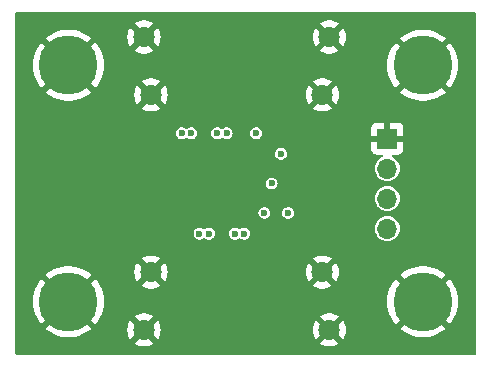
<source format=gbr>
%TF.GenerationSoftware,KiCad,Pcbnew,8.0.5*%
%TF.CreationDate,2024-10-07T21:11:13-07:00*%
%TF.ProjectId,hdmi,68646d69-2e6b-4696-9361-645f70636258,rev?*%
%TF.SameCoordinates,Original*%
%TF.FileFunction,Copper,L2,Inr*%
%TF.FilePolarity,Positive*%
%FSLAX46Y46*%
G04 Gerber Fmt 4.6, Leading zero omitted, Abs format (unit mm)*
G04 Created by KiCad (PCBNEW 8.0.5) date 2024-10-07 21:11:13*
%MOMM*%
%LPD*%
G01*
G04 APERTURE LIST*
%TA.AperFunction,ComponentPad*%
%ADD10C,5.000000*%
%TD*%
%TA.AperFunction,ComponentPad*%
%ADD11R,1.700000X1.700000*%
%TD*%
%TA.AperFunction,ComponentPad*%
%ADD12O,1.700000X1.700000*%
%TD*%
%TA.AperFunction,ComponentPad*%
%ADD13C,1.800000*%
%TD*%
%TA.AperFunction,ViaPad*%
%ADD14C,0.600000*%
%TD*%
G04 APERTURE END LIST*
D10*
%TO.N,GND*%
%TO.C,H2*%
X150000000Y-80000000D03*
%TD*%
D11*
%TO.N,GND*%
%TO.C,J3*%
X147000000Y-86200000D03*
D12*
%TO.N,Net-(D2-K)*%
X147000000Y-88740000D03*
%TO.N,Net-(D1-K)*%
X147000000Y-91280000D03*
%TO.N,VDD*%
X147000000Y-93820000D03*
%TD*%
D10*
%TO.N,GND*%
%TO.C,H4*%
X150000000Y-100000000D03*
%TD*%
%TO.N,GND*%
%TO.C,H1*%
X120000000Y-80000000D03*
%TD*%
D13*
%TO.N,GND*%
%TO.C,J1*%
X142100000Y-77600000D03*
X141500000Y-82500000D03*
X127000000Y-82500000D03*
X126400000Y-77600000D03*
%TD*%
D10*
%TO.N,GND*%
%TO.C,H3*%
X120000000Y-100000000D03*
%TD*%
D13*
%TO.N,GND*%
%TO.C,J2*%
X142100000Y-102400000D03*
X141500000Y-97500000D03*
X127000000Y-97500000D03*
X126400000Y-102400000D03*
%TD*%
D14*
%TO.N,Net-(J1-HPD)*%
X138600000Y-92500000D03*
%TO.N,Net-(J1-SDA)*%
X137200000Y-90000000D03*
%TO.N,Net-(J1-UTILITY)*%
X135900000Y-85750000D03*
%TO.N,Net-(J1-SCL)*%
X136600000Y-92500000D03*
%TO.N,/D0+*%
X132600000Y-85750000D03*
%TO.N,/D1+*%
X131100000Y-94250000D03*
%TO.N,/D2+*%
X129600000Y-85750000D03*
%TO.N,/D1-*%
X131900000Y-94250000D03*
%TO.N,/D0-*%
X133400000Y-85750000D03*
%TO.N,/D2-*%
X130400000Y-85750000D03*
%TO.N,/CK+*%
X134100000Y-94250000D03*
%TO.N,/CK-*%
X134900000Y-94250000D03*
%TO.N,GND*%
X125000000Y-90000000D03*
X132500000Y-100000000D03*
X129000000Y-89500000D03*
X150000000Y-92500000D03*
X130000000Y-80000000D03*
X130000000Y-82000000D03*
X129000000Y-92500000D03*
X150000000Y-95000000D03*
X129000000Y-90500000D03*
X130000000Y-98000000D03*
X125000000Y-87500000D03*
X125000000Y-92500000D03*
X120000000Y-87500000D03*
X133000000Y-98000000D03*
X139250000Y-89000000D03*
X129000000Y-91500000D03*
X129000000Y-88500000D03*
X137500000Y-82000000D03*
X120000000Y-92500000D03*
X134500000Y-98000000D03*
X120000000Y-95000000D03*
X132500000Y-80000000D03*
X150000000Y-85000000D03*
X150000000Y-87500000D03*
X120000000Y-85000000D03*
X139250000Y-88000000D03*
X130000000Y-100000000D03*
X139250000Y-90000000D03*
X139250000Y-86000000D03*
X131500000Y-82000000D03*
X139250000Y-87000000D03*
X134500000Y-82000000D03*
X139250000Y-91000000D03*
X129000000Y-86500000D03*
X150000000Y-90000000D03*
X135000000Y-80000000D03*
X129000000Y-87500000D03*
X129000000Y-94500000D03*
X137500000Y-98000000D03*
X133000000Y-82000000D03*
X129000000Y-93500000D03*
X135000000Y-100000000D03*
X120000000Y-90000000D03*
X131500000Y-98000000D03*
X139250000Y-94000000D03*
%TO.N,Net-(J1-+5V)*%
X138000000Y-87500000D03*
%TD*%
%TA.AperFunction,Conductor*%
%TO.N,GND*%
G36*
X154442539Y-75520185D02*
G01*
X154488294Y-75572989D01*
X154499500Y-75624500D01*
X154499500Y-104375500D01*
X154479815Y-104442539D01*
X154427011Y-104488294D01*
X154375500Y-104499500D01*
X115624500Y-104499500D01*
X115557461Y-104479815D01*
X115511706Y-104427011D01*
X115500500Y-104375500D01*
X115500500Y-99999996D01*
X116994916Y-99999996D01*
X116994916Y-100000003D01*
X117015235Y-100348869D01*
X117015236Y-100348880D01*
X117075914Y-100693002D01*
X117075916Y-100693011D01*
X117176145Y-101027800D01*
X117314555Y-101348670D01*
X117314561Y-101348683D01*
X117489289Y-101651322D01*
X117697967Y-101931625D01*
X117706148Y-101940296D01*
X118956319Y-100690124D01*
X119046554Y-100814320D01*
X119185680Y-100953446D01*
X119309873Y-101043678D01*
X118062818Y-102290733D01*
X118062819Y-102290734D01*
X118205484Y-102410445D01*
X118497461Y-102602480D01*
X118809739Y-102759314D01*
X118809745Y-102759316D01*
X119138130Y-102878838D01*
X119138133Y-102878839D01*
X119478171Y-102959429D01*
X119825276Y-102999999D01*
X119825277Y-103000000D01*
X120174723Y-103000000D01*
X120174723Y-102999999D01*
X120521827Y-102959429D01*
X120521829Y-102959429D01*
X120861866Y-102878839D01*
X120861869Y-102878838D01*
X121190254Y-102759316D01*
X121190260Y-102759314D01*
X121502538Y-102602480D01*
X121794509Y-102410449D01*
X121794510Y-102410448D01*
X121806969Y-102399994D01*
X124995202Y-102399994D01*
X124995202Y-102400005D01*
X125014361Y-102631218D01*
X125071317Y-102856135D01*
X125164515Y-103068606D01*
X125248812Y-103197633D01*
X125798958Y-102647487D01*
X125823978Y-102707890D01*
X125895112Y-102814351D01*
X125985649Y-102904888D01*
X126092110Y-102976022D01*
X126152511Y-103001041D01*
X125601201Y-103552351D01*
X125631649Y-103576050D01*
X125835697Y-103686476D01*
X125835706Y-103686479D01*
X126055139Y-103761811D01*
X126283993Y-103800000D01*
X126516007Y-103800000D01*
X126744860Y-103761811D01*
X126964293Y-103686479D01*
X126964301Y-103686476D01*
X127168355Y-103576047D01*
X127198797Y-103552351D01*
X127198798Y-103552350D01*
X126647489Y-103001041D01*
X126707890Y-102976022D01*
X126814351Y-102904888D01*
X126904888Y-102814351D01*
X126976022Y-102707890D01*
X127001041Y-102647488D01*
X127551186Y-103197633D01*
X127635482Y-103068611D01*
X127728682Y-102856135D01*
X127785638Y-102631218D01*
X127804798Y-102400005D01*
X127804798Y-102399994D01*
X140695202Y-102399994D01*
X140695202Y-102400005D01*
X140714361Y-102631218D01*
X140771317Y-102856135D01*
X140864515Y-103068606D01*
X140948812Y-103197633D01*
X141498958Y-102647487D01*
X141523978Y-102707890D01*
X141595112Y-102814351D01*
X141685649Y-102904888D01*
X141792110Y-102976022D01*
X141852511Y-103001041D01*
X141301201Y-103552351D01*
X141331649Y-103576050D01*
X141535697Y-103686476D01*
X141535706Y-103686479D01*
X141755139Y-103761811D01*
X141983993Y-103800000D01*
X142216007Y-103800000D01*
X142444860Y-103761811D01*
X142664293Y-103686479D01*
X142664301Y-103686476D01*
X142868355Y-103576047D01*
X142898797Y-103552351D01*
X142898798Y-103552350D01*
X142347489Y-103001041D01*
X142407890Y-102976022D01*
X142514351Y-102904888D01*
X142604888Y-102814351D01*
X142676022Y-102707890D01*
X142701041Y-102647488D01*
X143251186Y-103197633D01*
X143335482Y-103068611D01*
X143428682Y-102856135D01*
X143485638Y-102631218D01*
X143504798Y-102400005D01*
X143504798Y-102399994D01*
X143485638Y-102168781D01*
X143428682Y-101943864D01*
X143335484Y-101731393D01*
X143251186Y-101602365D01*
X142701041Y-102152510D01*
X142676022Y-102092110D01*
X142604888Y-101985649D01*
X142514351Y-101895112D01*
X142407890Y-101823978D01*
X142347487Y-101798958D01*
X142898797Y-101247647D01*
X142898797Y-101247645D01*
X142868360Y-101223955D01*
X142868354Y-101223951D01*
X142664302Y-101113523D01*
X142664293Y-101113520D01*
X142444860Y-101038188D01*
X142216007Y-101000000D01*
X141983993Y-101000000D01*
X141755139Y-101038188D01*
X141535706Y-101113520D01*
X141535697Y-101113523D01*
X141331650Y-101223949D01*
X141301200Y-101247647D01*
X141852511Y-101798958D01*
X141792110Y-101823978D01*
X141685649Y-101895112D01*
X141595112Y-101985649D01*
X141523978Y-102092110D01*
X141498958Y-102152512D01*
X140948811Y-101602365D01*
X140864516Y-101731390D01*
X140771317Y-101943864D01*
X140714361Y-102168781D01*
X140695202Y-102399994D01*
X127804798Y-102399994D01*
X127785638Y-102168781D01*
X127728682Y-101943864D01*
X127635484Y-101731393D01*
X127551186Y-101602365D01*
X127001041Y-102152510D01*
X126976022Y-102092110D01*
X126904888Y-101985649D01*
X126814351Y-101895112D01*
X126707890Y-101823978D01*
X126647487Y-101798958D01*
X127198797Y-101247647D01*
X127198797Y-101247645D01*
X127168360Y-101223955D01*
X127168354Y-101223951D01*
X126964302Y-101113523D01*
X126964293Y-101113520D01*
X126744860Y-101038188D01*
X126516007Y-101000000D01*
X126283993Y-101000000D01*
X126055139Y-101038188D01*
X125835706Y-101113520D01*
X125835697Y-101113523D01*
X125631650Y-101223949D01*
X125601200Y-101247647D01*
X126152511Y-101798958D01*
X126092110Y-101823978D01*
X125985649Y-101895112D01*
X125895112Y-101985649D01*
X125823978Y-102092110D01*
X125798958Y-102152512D01*
X125248811Y-101602365D01*
X125164516Y-101731390D01*
X125071317Y-101943864D01*
X125014361Y-102168781D01*
X124995202Y-102399994D01*
X121806969Y-102399994D01*
X121937179Y-102290734D01*
X121937180Y-102290733D01*
X120690126Y-101043678D01*
X120814320Y-100953446D01*
X120953446Y-100814320D01*
X121043678Y-100690126D01*
X122293849Y-101940297D01*
X122293851Y-101940296D01*
X122302022Y-101931636D01*
X122302033Y-101931623D01*
X122510710Y-101651322D01*
X122685438Y-101348683D01*
X122685444Y-101348670D01*
X122823854Y-101027800D01*
X122924083Y-100693011D01*
X122924085Y-100693002D01*
X122984763Y-100348880D01*
X122984764Y-100348869D01*
X123005084Y-100000003D01*
X123005084Y-99999996D01*
X146994916Y-99999996D01*
X146994916Y-100000003D01*
X147015235Y-100348869D01*
X147015236Y-100348880D01*
X147075914Y-100693002D01*
X147075916Y-100693011D01*
X147176145Y-101027800D01*
X147314555Y-101348670D01*
X147314561Y-101348683D01*
X147489289Y-101651322D01*
X147697967Y-101931625D01*
X147706148Y-101940296D01*
X148956319Y-100690124D01*
X149046554Y-100814320D01*
X149185680Y-100953446D01*
X149309873Y-101043678D01*
X148062818Y-102290733D01*
X148062819Y-102290734D01*
X148205484Y-102410445D01*
X148497461Y-102602480D01*
X148809739Y-102759314D01*
X148809745Y-102759316D01*
X149138130Y-102878838D01*
X149138133Y-102878839D01*
X149478171Y-102959429D01*
X149825276Y-102999999D01*
X149825277Y-103000000D01*
X150174723Y-103000000D01*
X150174723Y-102999999D01*
X150521827Y-102959429D01*
X150521829Y-102959429D01*
X150861866Y-102878839D01*
X150861869Y-102878838D01*
X151190254Y-102759316D01*
X151190260Y-102759314D01*
X151502538Y-102602480D01*
X151794509Y-102410449D01*
X151794510Y-102410448D01*
X151937179Y-102290734D01*
X151937180Y-102290733D01*
X150690126Y-101043678D01*
X150814320Y-100953446D01*
X150953446Y-100814320D01*
X151043679Y-100690126D01*
X152293850Y-101940297D01*
X152293851Y-101940296D01*
X152302022Y-101931636D01*
X152302033Y-101931623D01*
X152510710Y-101651322D01*
X152685438Y-101348683D01*
X152685444Y-101348670D01*
X152823854Y-101027800D01*
X152924083Y-100693011D01*
X152924085Y-100693002D01*
X152984763Y-100348880D01*
X152984764Y-100348869D01*
X153005084Y-100000003D01*
X153005084Y-99999996D01*
X152984764Y-99651130D01*
X152984763Y-99651119D01*
X152924085Y-99306997D01*
X152924083Y-99306988D01*
X152823854Y-98972199D01*
X152685444Y-98651329D01*
X152685438Y-98651316D01*
X152510710Y-98348677D01*
X152302032Y-98068374D01*
X152293850Y-98059702D01*
X151043678Y-99309873D01*
X150953446Y-99185680D01*
X150814320Y-99046554D01*
X150690125Y-98956320D01*
X151937180Y-97709265D01*
X151937179Y-97709264D01*
X151794519Y-97589557D01*
X151502538Y-97397519D01*
X151190260Y-97240685D01*
X151190254Y-97240683D01*
X150861869Y-97121161D01*
X150861866Y-97121160D01*
X150521828Y-97040570D01*
X150174723Y-97000000D01*
X149825277Y-97000000D01*
X149478172Y-97040570D01*
X149478170Y-97040570D01*
X149138133Y-97121160D01*
X149138130Y-97121161D01*
X148809745Y-97240683D01*
X148809739Y-97240685D01*
X148497461Y-97397519D01*
X148205480Y-97589557D01*
X148062819Y-97709264D01*
X148062818Y-97709265D01*
X149309874Y-98956320D01*
X149185680Y-99046554D01*
X149046554Y-99185680D01*
X148956320Y-99309873D01*
X147706148Y-98059701D01*
X147706147Y-98059702D01*
X147697976Y-98068363D01*
X147697972Y-98068368D01*
X147489289Y-98348677D01*
X147314561Y-98651316D01*
X147314555Y-98651329D01*
X147176145Y-98972199D01*
X147075916Y-99306988D01*
X147075914Y-99306997D01*
X147015236Y-99651119D01*
X147015235Y-99651130D01*
X146994916Y-99999996D01*
X123005084Y-99999996D01*
X122984764Y-99651130D01*
X122984763Y-99651119D01*
X122924085Y-99306997D01*
X122924083Y-99306988D01*
X122823854Y-98972199D01*
X122685444Y-98651329D01*
X122685438Y-98651316D01*
X122510710Y-98348677D01*
X122302032Y-98068374D01*
X122293850Y-98059702D01*
X121043678Y-99309873D01*
X120953446Y-99185680D01*
X120814320Y-99046554D01*
X120690125Y-98956320D01*
X121937180Y-97709265D01*
X121937179Y-97709264D01*
X121794519Y-97589557D01*
X121658344Y-97499994D01*
X125595202Y-97499994D01*
X125595202Y-97500005D01*
X125614361Y-97731218D01*
X125671317Y-97956135D01*
X125764515Y-98168606D01*
X125848812Y-98297633D01*
X126398958Y-97747487D01*
X126423978Y-97807890D01*
X126495112Y-97914351D01*
X126585649Y-98004888D01*
X126692110Y-98076022D01*
X126752511Y-98101041D01*
X126201201Y-98652351D01*
X126231649Y-98676050D01*
X126435697Y-98786476D01*
X126435706Y-98786479D01*
X126655139Y-98861811D01*
X126883993Y-98900000D01*
X127116007Y-98900000D01*
X127344860Y-98861811D01*
X127564293Y-98786479D01*
X127564301Y-98786476D01*
X127768355Y-98676047D01*
X127798797Y-98652351D01*
X127798798Y-98652350D01*
X127247489Y-98101041D01*
X127307890Y-98076022D01*
X127414351Y-98004888D01*
X127504888Y-97914351D01*
X127576022Y-97807890D01*
X127601041Y-97747488D01*
X128151186Y-98297633D01*
X128235482Y-98168611D01*
X128328682Y-97956135D01*
X128385638Y-97731218D01*
X128404798Y-97500005D01*
X128404798Y-97499994D01*
X140095202Y-97499994D01*
X140095202Y-97500005D01*
X140114361Y-97731218D01*
X140171317Y-97956135D01*
X140264515Y-98168606D01*
X140348812Y-98297633D01*
X140898958Y-97747487D01*
X140923978Y-97807890D01*
X140995112Y-97914351D01*
X141085649Y-98004888D01*
X141192110Y-98076022D01*
X141252511Y-98101041D01*
X140701201Y-98652351D01*
X140731649Y-98676050D01*
X140935697Y-98786476D01*
X140935706Y-98786479D01*
X141155139Y-98861811D01*
X141383993Y-98900000D01*
X141616007Y-98900000D01*
X141844860Y-98861811D01*
X142064293Y-98786479D01*
X142064301Y-98786476D01*
X142268355Y-98676047D01*
X142298797Y-98652351D01*
X142298798Y-98652350D01*
X141747489Y-98101041D01*
X141807890Y-98076022D01*
X141914351Y-98004888D01*
X142004888Y-97914351D01*
X142076022Y-97807890D01*
X142101041Y-97747488D01*
X142651186Y-98297633D01*
X142735482Y-98168611D01*
X142828682Y-97956135D01*
X142885638Y-97731218D01*
X142904798Y-97500005D01*
X142904798Y-97499994D01*
X142885638Y-97268781D01*
X142828682Y-97043864D01*
X142735484Y-96831393D01*
X142651186Y-96702365D01*
X142101041Y-97252510D01*
X142076022Y-97192110D01*
X142004888Y-97085649D01*
X141914351Y-96995112D01*
X141807890Y-96923978D01*
X141747487Y-96898958D01*
X142298797Y-96347647D01*
X142298797Y-96347645D01*
X142268360Y-96323955D01*
X142268354Y-96323951D01*
X142064302Y-96213523D01*
X142064293Y-96213520D01*
X141844860Y-96138188D01*
X141616007Y-96100000D01*
X141383993Y-96100000D01*
X141155139Y-96138188D01*
X140935706Y-96213520D01*
X140935697Y-96213523D01*
X140731650Y-96323949D01*
X140701200Y-96347647D01*
X141252511Y-96898958D01*
X141192110Y-96923978D01*
X141085649Y-96995112D01*
X140995112Y-97085649D01*
X140923978Y-97192110D01*
X140898958Y-97252512D01*
X140348811Y-96702365D01*
X140264516Y-96831390D01*
X140171317Y-97043864D01*
X140114361Y-97268781D01*
X140095202Y-97499994D01*
X128404798Y-97499994D01*
X128385638Y-97268781D01*
X128328682Y-97043864D01*
X128235484Y-96831393D01*
X128151186Y-96702365D01*
X127601041Y-97252510D01*
X127576022Y-97192110D01*
X127504888Y-97085649D01*
X127414351Y-96995112D01*
X127307890Y-96923978D01*
X127247487Y-96898958D01*
X127798797Y-96347647D01*
X127798797Y-96347645D01*
X127768360Y-96323955D01*
X127768354Y-96323951D01*
X127564302Y-96213523D01*
X127564293Y-96213520D01*
X127344860Y-96138188D01*
X127116007Y-96100000D01*
X126883993Y-96100000D01*
X126655139Y-96138188D01*
X126435706Y-96213520D01*
X126435697Y-96213523D01*
X126231650Y-96323949D01*
X126201200Y-96347647D01*
X126752511Y-96898958D01*
X126692110Y-96923978D01*
X126585649Y-96995112D01*
X126495112Y-97085649D01*
X126423978Y-97192110D01*
X126398958Y-97252512D01*
X125848811Y-96702365D01*
X125764516Y-96831390D01*
X125671317Y-97043864D01*
X125614361Y-97268781D01*
X125595202Y-97499994D01*
X121658344Y-97499994D01*
X121502538Y-97397519D01*
X121190260Y-97240685D01*
X121190254Y-97240683D01*
X120861869Y-97121161D01*
X120861866Y-97121160D01*
X120521828Y-97040570D01*
X120174723Y-97000000D01*
X119825277Y-97000000D01*
X119478172Y-97040570D01*
X119478170Y-97040570D01*
X119138133Y-97121160D01*
X119138130Y-97121161D01*
X118809745Y-97240683D01*
X118809739Y-97240685D01*
X118497461Y-97397519D01*
X118205480Y-97589557D01*
X118062819Y-97709264D01*
X118062818Y-97709265D01*
X119309874Y-98956320D01*
X119185680Y-99046554D01*
X119046554Y-99185680D01*
X118956320Y-99309873D01*
X117706148Y-98059701D01*
X117706147Y-98059702D01*
X117697976Y-98068363D01*
X117697972Y-98068368D01*
X117489289Y-98348677D01*
X117314561Y-98651316D01*
X117314555Y-98651329D01*
X117176145Y-98972199D01*
X117075916Y-99306988D01*
X117075914Y-99306997D01*
X117015236Y-99651119D01*
X117015235Y-99651130D01*
X116994916Y-99999996D01*
X115500500Y-99999996D01*
X115500500Y-94250000D01*
X130594353Y-94250000D01*
X130614834Y-94392456D01*
X130621225Y-94406450D01*
X130674623Y-94523373D01*
X130768872Y-94632143D01*
X130889947Y-94709953D01*
X130889950Y-94709954D01*
X130889949Y-94709954D01*
X131028036Y-94750499D01*
X131028038Y-94750500D01*
X131028039Y-94750500D01*
X131171962Y-94750500D01*
X131171962Y-94750499D01*
X131310050Y-94709954D01*
X131310051Y-94709954D01*
X131329147Y-94697682D01*
X131431128Y-94632143D01*
X131431129Y-94632141D01*
X131432960Y-94630965D01*
X131500000Y-94611280D01*
X131567039Y-94630964D01*
X131567040Y-94630965D01*
X131568870Y-94632141D01*
X131568872Y-94632143D01*
X131646251Y-94681871D01*
X131689948Y-94709954D01*
X131828036Y-94750499D01*
X131828038Y-94750500D01*
X131828039Y-94750500D01*
X131971962Y-94750500D01*
X131971962Y-94750499D01*
X132110053Y-94709953D01*
X132231128Y-94632143D01*
X132325377Y-94523373D01*
X132385165Y-94392457D01*
X132405647Y-94250000D01*
X133594353Y-94250000D01*
X133614834Y-94392456D01*
X133621225Y-94406450D01*
X133674623Y-94523373D01*
X133768872Y-94632143D01*
X133889947Y-94709953D01*
X133889950Y-94709954D01*
X133889949Y-94709954D01*
X134028036Y-94750499D01*
X134028038Y-94750500D01*
X134028039Y-94750500D01*
X134171962Y-94750500D01*
X134171962Y-94750499D01*
X134310050Y-94709954D01*
X134310051Y-94709954D01*
X134329147Y-94697682D01*
X134431128Y-94632143D01*
X134431129Y-94632141D01*
X134432960Y-94630965D01*
X134500000Y-94611280D01*
X134567039Y-94630964D01*
X134567040Y-94630965D01*
X134568870Y-94632141D01*
X134568872Y-94632143D01*
X134646251Y-94681871D01*
X134689948Y-94709954D01*
X134828036Y-94750499D01*
X134828038Y-94750500D01*
X134828039Y-94750500D01*
X134971962Y-94750500D01*
X134971962Y-94750499D01*
X135110053Y-94709953D01*
X135231128Y-94632143D01*
X135325377Y-94523373D01*
X135385165Y-94392457D01*
X135405647Y-94250000D01*
X135385165Y-94107543D01*
X135325377Y-93976627D01*
X135231128Y-93867857D01*
X135156661Y-93820000D01*
X145944417Y-93820000D01*
X145964699Y-94025932D01*
X145994734Y-94124944D01*
X146024768Y-94223954D01*
X146122315Y-94406450D01*
X146122317Y-94406452D01*
X146253589Y-94566410D01*
X146332250Y-94630964D01*
X146413550Y-94697685D01*
X146596046Y-94795232D01*
X146794066Y-94855300D01*
X146794065Y-94855300D01*
X146812529Y-94857118D01*
X147000000Y-94875583D01*
X147205934Y-94855300D01*
X147403954Y-94795232D01*
X147586450Y-94697685D01*
X147746410Y-94566410D01*
X147877685Y-94406450D01*
X147975232Y-94223954D01*
X148035300Y-94025934D01*
X148055583Y-93820000D01*
X148035300Y-93614066D01*
X147975232Y-93416046D01*
X147877685Y-93233550D01*
X147825702Y-93170209D01*
X147746410Y-93073589D01*
X147586452Y-92942317D01*
X147586453Y-92942317D01*
X147586450Y-92942315D01*
X147403954Y-92844768D01*
X147205934Y-92784700D01*
X147205932Y-92784699D01*
X147205934Y-92784699D01*
X147000000Y-92764417D01*
X146794067Y-92784699D01*
X146596043Y-92844769D01*
X146485898Y-92903643D01*
X146413550Y-92942315D01*
X146413548Y-92942316D01*
X146413547Y-92942317D01*
X146253589Y-93073589D01*
X146122317Y-93233547D01*
X146024769Y-93416043D01*
X145964699Y-93614067D01*
X145944417Y-93820000D01*
X135156661Y-93820000D01*
X135110053Y-93790047D01*
X135110051Y-93790046D01*
X135110049Y-93790045D01*
X135110050Y-93790045D01*
X134971963Y-93749500D01*
X134971961Y-93749500D01*
X134828039Y-93749500D01*
X134828036Y-93749500D01*
X134689949Y-93790045D01*
X134567039Y-93869035D01*
X134500000Y-93888719D01*
X134432961Y-93869035D01*
X134431126Y-93867856D01*
X134310053Y-93790047D01*
X134310051Y-93790046D01*
X134310049Y-93790045D01*
X134310050Y-93790045D01*
X134171963Y-93749500D01*
X134171961Y-93749500D01*
X134028039Y-93749500D01*
X134028036Y-93749500D01*
X133889949Y-93790045D01*
X133768873Y-93867856D01*
X133674623Y-93976626D01*
X133674622Y-93976628D01*
X133614834Y-94107543D01*
X133594353Y-94250000D01*
X132405647Y-94250000D01*
X132385165Y-94107543D01*
X132325377Y-93976627D01*
X132231128Y-93867857D01*
X132110053Y-93790047D01*
X132110051Y-93790046D01*
X132110049Y-93790045D01*
X132110050Y-93790045D01*
X131971963Y-93749500D01*
X131971961Y-93749500D01*
X131828039Y-93749500D01*
X131828036Y-93749500D01*
X131689949Y-93790045D01*
X131567039Y-93869035D01*
X131500000Y-93888719D01*
X131432961Y-93869035D01*
X131431126Y-93867856D01*
X131310053Y-93790047D01*
X131310051Y-93790046D01*
X131310049Y-93790045D01*
X131310050Y-93790045D01*
X131171963Y-93749500D01*
X131171961Y-93749500D01*
X131028039Y-93749500D01*
X131028036Y-93749500D01*
X130889949Y-93790045D01*
X130768873Y-93867856D01*
X130674623Y-93976626D01*
X130674622Y-93976628D01*
X130614834Y-94107543D01*
X130594353Y-94250000D01*
X115500500Y-94250000D01*
X115500500Y-92500000D01*
X136094353Y-92500000D01*
X136114834Y-92642456D01*
X136170533Y-92764417D01*
X136174623Y-92773373D01*
X136268872Y-92882143D01*
X136389947Y-92959953D01*
X136389950Y-92959954D01*
X136389949Y-92959954D01*
X136528036Y-93000499D01*
X136528038Y-93000500D01*
X136528039Y-93000500D01*
X136671962Y-93000500D01*
X136671962Y-93000499D01*
X136810053Y-92959953D01*
X136931128Y-92882143D01*
X137025377Y-92773373D01*
X137085165Y-92642457D01*
X137105647Y-92500000D01*
X138094353Y-92500000D01*
X138114834Y-92642456D01*
X138170533Y-92764417D01*
X138174623Y-92773373D01*
X138268872Y-92882143D01*
X138389947Y-92959953D01*
X138389950Y-92959954D01*
X138389949Y-92959954D01*
X138528036Y-93000499D01*
X138528038Y-93000500D01*
X138528039Y-93000500D01*
X138671962Y-93000500D01*
X138671962Y-93000499D01*
X138810053Y-92959953D01*
X138931128Y-92882143D01*
X139025377Y-92773373D01*
X139085165Y-92642457D01*
X139105647Y-92500000D01*
X139085165Y-92357543D01*
X139025377Y-92226627D01*
X138931128Y-92117857D01*
X138810053Y-92040047D01*
X138810051Y-92040046D01*
X138810049Y-92040045D01*
X138810050Y-92040045D01*
X138671963Y-91999500D01*
X138671961Y-91999500D01*
X138528039Y-91999500D01*
X138528036Y-91999500D01*
X138389949Y-92040045D01*
X138268873Y-92117856D01*
X138174623Y-92226626D01*
X138174622Y-92226628D01*
X138114834Y-92357543D01*
X138094353Y-92500000D01*
X137105647Y-92500000D01*
X137085165Y-92357543D01*
X137025377Y-92226627D01*
X136931128Y-92117857D01*
X136810053Y-92040047D01*
X136810051Y-92040046D01*
X136810049Y-92040045D01*
X136810050Y-92040045D01*
X136671963Y-91999500D01*
X136671961Y-91999500D01*
X136528039Y-91999500D01*
X136528036Y-91999500D01*
X136389949Y-92040045D01*
X136268873Y-92117856D01*
X136174623Y-92226626D01*
X136174622Y-92226628D01*
X136114834Y-92357543D01*
X136094353Y-92500000D01*
X115500500Y-92500000D01*
X115500500Y-91280000D01*
X145944417Y-91280000D01*
X145964699Y-91485932D01*
X145964700Y-91485934D01*
X146024768Y-91683954D01*
X146122315Y-91866450D01*
X146122317Y-91866452D01*
X146253589Y-92026410D01*
X146350209Y-92105702D01*
X146413550Y-92157685D01*
X146596046Y-92255232D01*
X146794066Y-92315300D01*
X146794065Y-92315300D01*
X146812529Y-92317118D01*
X147000000Y-92335583D01*
X147205934Y-92315300D01*
X147403954Y-92255232D01*
X147586450Y-92157685D01*
X147746410Y-92026410D01*
X147877685Y-91866450D01*
X147975232Y-91683954D01*
X148035300Y-91485934D01*
X148055583Y-91280000D01*
X148035300Y-91074066D01*
X147975232Y-90876046D01*
X147877685Y-90693550D01*
X147825702Y-90630209D01*
X147746410Y-90533589D01*
X147586452Y-90402317D01*
X147586453Y-90402317D01*
X147586450Y-90402315D01*
X147403954Y-90304768D01*
X147205934Y-90244700D01*
X147205932Y-90244699D01*
X147205934Y-90244699D01*
X147000000Y-90224417D01*
X146794067Y-90244699D01*
X146596043Y-90304769D01*
X146485898Y-90363643D01*
X146413550Y-90402315D01*
X146413548Y-90402316D01*
X146413547Y-90402317D01*
X146253589Y-90533589D01*
X146122317Y-90693547D01*
X146024769Y-90876043D01*
X145964699Y-91074067D01*
X145944417Y-91280000D01*
X115500500Y-91280000D01*
X115500500Y-90000000D01*
X136694353Y-90000000D01*
X136714834Y-90142456D01*
X136752265Y-90224417D01*
X136774623Y-90273373D01*
X136868872Y-90382143D01*
X136989947Y-90459953D01*
X136989950Y-90459954D01*
X136989949Y-90459954D01*
X137128036Y-90500499D01*
X137128038Y-90500500D01*
X137128039Y-90500500D01*
X137271962Y-90500500D01*
X137271962Y-90500499D01*
X137410053Y-90459953D01*
X137531128Y-90382143D01*
X137625377Y-90273373D01*
X137685165Y-90142457D01*
X137705647Y-90000000D01*
X137685165Y-89857543D01*
X137625377Y-89726627D01*
X137531128Y-89617857D01*
X137410053Y-89540047D01*
X137410051Y-89540046D01*
X137410049Y-89540045D01*
X137410050Y-89540045D01*
X137271963Y-89499500D01*
X137271961Y-89499500D01*
X137128039Y-89499500D01*
X137128036Y-89499500D01*
X136989949Y-89540045D01*
X136868873Y-89617856D01*
X136774623Y-89726626D01*
X136774622Y-89726628D01*
X136714834Y-89857543D01*
X136694353Y-90000000D01*
X115500500Y-90000000D01*
X115500500Y-87500000D01*
X137494353Y-87500000D01*
X137514834Y-87642456D01*
X137556822Y-87734395D01*
X137574623Y-87773373D01*
X137668872Y-87882143D01*
X137789947Y-87959953D01*
X137789950Y-87959954D01*
X137789949Y-87959954D01*
X137897107Y-87991417D01*
X137904505Y-87993590D01*
X137928036Y-88000499D01*
X137928038Y-88000500D01*
X137928039Y-88000500D01*
X138071962Y-88000500D01*
X138071962Y-88000499D01*
X138210053Y-87959953D01*
X138331128Y-87882143D01*
X138425377Y-87773373D01*
X138485165Y-87642457D01*
X138505647Y-87500000D01*
X138485165Y-87357543D01*
X138425377Y-87226627D01*
X138331128Y-87117857D01*
X138210053Y-87040047D01*
X138210051Y-87040046D01*
X138210049Y-87040045D01*
X138210050Y-87040045D01*
X138071963Y-86999500D01*
X138071961Y-86999500D01*
X137928039Y-86999500D01*
X137928036Y-86999500D01*
X137789949Y-87040045D01*
X137668873Y-87117856D01*
X137574623Y-87226626D01*
X137574622Y-87226628D01*
X137514834Y-87357543D01*
X137494353Y-87500000D01*
X115500500Y-87500000D01*
X115500500Y-85750000D01*
X129094353Y-85750000D01*
X129114834Y-85892456D01*
X129141114Y-85950000D01*
X129174623Y-86023373D01*
X129268872Y-86132143D01*
X129389947Y-86209953D01*
X129389950Y-86209954D01*
X129389949Y-86209954D01*
X129528036Y-86250499D01*
X129528038Y-86250500D01*
X129528039Y-86250500D01*
X129671962Y-86250500D01*
X129671962Y-86250499D01*
X129810050Y-86209954D01*
X129810051Y-86209954D01*
X129810053Y-86209953D01*
X129931128Y-86132143D01*
X129931129Y-86132141D01*
X129932960Y-86130965D01*
X130000000Y-86111280D01*
X130067039Y-86130964D01*
X130067040Y-86130965D01*
X130068870Y-86132141D01*
X130068872Y-86132143D01*
X130146251Y-86181871D01*
X130189948Y-86209954D01*
X130328036Y-86250499D01*
X130328038Y-86250500D01*
X130328039Y-86250500D01*
X130471962Y-86250500D01*
X130471962Y-86250499D01*
X130610053Y-86209953D01*
X130731128Y-86132143D01*
X130825377Y-86023373D01*
X130885165Y-85892457D01*
X130905647Y-85750000D01*
X132094353Y-85750000D01*
X132114834Y-85892456D01*
X132141114Y-85950000D01*
X132174623Y-86023373D01*
X132268872Y-86132143D01*
X132389947Y-86209953D01*
X132389950Y-86209954D01*
X132389949Y-86209954D01*
X132528036Y-86250499D01*
X132528038Y-86250500D01*
X132528039Y-86250500D01*
X132671962Y-86250500D01*
X132671962Y-86250499D01*
X132810050Y-86209954D01*
X132810051Y-86209954D01*
X132810053Y-86209953D01*
X132931128Y-86132143D01*
X132931129Y-86132141D01*
X132932960Y-86130965D01*
X133000000Y-86111280D01*
X133067039Y-86130964D01*
X133067040Y-86130965D01*
X133068870Y-86132141D01*
X133068872Y-86132143D01*
X133146251Y-86181871D01*
X133189948Y-86209954D01*
X133328036Y-86250499D01*
X133328038Y-86250500D01*
X133328039Y-86250500D01*
X133471962Y-86250500D01*
X133471962Y-86250499D01*
X133610053Y-86209953D01*
X133731128Y-86132143D01*
X133825377Y-86023373D01*
X133885165Y-85892457D01*
X133905647Y-85750000D01*
X135394353Y-85750000D01*
X135414834Y-85892456D01*
X135441114Y-85950000D01*
X135474623Y-86023373D01*
X135568872Y-86132143D01*
X135689947Y-86209953D01*
X135689950Y-86209954D01*
X135689949Y-86209954D01*
X135828036Y-86250499D01*
X135828038Y-86250500D01*
X135828039Y-86250500D01*
X135971962Y-86250500D01*
X135971962Y-86250499D01*
X136110053Y-86209953D01*
X136231128Y-86132143D01*
X136325377Y-86023373D01*
X136385165Y-85892457D01*
X136405647Y-85750000D01*
X136385165Y-85607543D01*
X136325377Y-85476627D01*
X136231128Y-85367857D01*
X136128893Y-85302155D01*
X145650000Y-85302155D01*
X145650000Y-85950000D01*
X146566988Y-85950000D01*
X146534075Y-86007007D01*
X146500000Y-86134174D01*
X146500000Y-86265826D01*
X146534075Y-86392993D01*
X146566988Y-86450000D01*
X145650000Y-86450000D01*
X145650000Y-87097844D01*
X145656401Y-87157372D01*
X145656403Y-87157379D01*
X145706645Y-87292086D01*
X145706649Y-87292093D01*
X145792809Y-87407187D01*
X145792812Y-87407190D01*
X145907906Y-87493350D01*
X145907913Y-87493354D01*
X146042620Y-87543596D01*
X146042627Y-87543598D01*
X146102155Y-87549999D01*
X146102172Y-87550000D01*
X146502813Y-87550000D01*
X146569852Y-87569685D01*
X146615607Y-87622489D01*
X146625551Y-87691647D01*
X146596526Y-87755203D01*
X146561267Y-87783357D01*
X146413550Y-87862315D01*
X146413548Y-87862316D01*
X146413547Y-87862317D01*
X146253589Y-87993589D01*
X146122317Y-88153547D01*
X146024769Y-88336043D01*
X145964699Y-88534067D01*
X145944417Y-88740000D01*
X145964699Y-88945932D01*
X145964700Y-88945934D01*
X146024768Y-89143954D01*
X146122315Y-89326450D01*
X146122317Y-89326452D01*
X146253589Y-89486410D01*
X146318945Y-89540045D01*
X146413550Y-89617685D01*
X146596046Y-89715232D01*
X146794066Y-89775300D01*
X146794065Y-89775300D01*
X146812529Y-89777118D01*
X147000000Y-89795583D01*
X147205934Y-89775300D01*
X147403954Y-89715232D01*
X147586450Y-89617685D01*
X147746410Y-89486410D01*
X147877685Y-89326450D01*
X147975232Y-89143954D01*
X148035300Y-88945934D01*
X148055583Y-88740000D01*
X148035300Y-88534066D01*
X147975232Y-88336046D01*
X147877685Y-88153550D01*
X147825702Y-88090209D01*
X147746410Y-87993589D01*
X147628677Y-87896969D01*
X147586450Y-87862315D01*
X147438732Y-87783357D01*
X147388889Y-87734395D01*
X147373429Y-87666257D01*
X147397261Y-87600578D01*
X147452819Y-87558209D01*
X147497187Y-87550000D01*
X147897828Y-87550000D01*
X147897844Y-87549999D01*
X147957372Y-87543598D01*
X147957379Y-87543596D01*
X148092086Y-87493354D01*
X148092093Y-87493350D01*
X148207187Y-87407190D01*
X148207190Y-87407187D01*
X148293350Y-87292093D01*
X148293354Y-87292086D01*
X148343596Y-87157379D01*
X148343598Y-87157372D01*
X148349999Y-87097844D01*
X148350000Y-87097827D01*
X148350000Y-86450000D01*
X147433012Y-86450000D01*
X147465925Y-86392993D01*
X147500000Y-86265826D01*
X147500000Y-86134174D01*
X147465925Y-86007007D01*
X147433012Y-85950000D01*
X148350000Y-85950000D01*
X148350000Y-85302172D01*
X148349999Y-85302155D01*
X148343598Y-85242627D01*
X148343596Y-85242620D01*
X148293354Y-85107913D01*
X148293350Y-85107906D01*
X148207190Y-84992812D01*
X148207187Y-84992809D01*
X148092093Y-84906649D01*
X148092086Y-84906645D01*
X147957379Y-84856403D01*
X147957372Y-84856401D01*
X147897844Y-84850000D01*
X147250000Y-84850000D01*
X147250000Y-85766988D01*
X147192993Y-85734075D01*
X147065826Y-85700000D01*
X146934174Y-85700000D01*
X146807007Y-85734075D01*
X146750000Y-85766988D01*
X146750000Y-84850000D01*
X146102155Y-84850000D01*
X146042627Y-84856401D01*
X146042620Y-84856403D01*
X145907913Y-84906645D01*
X145907906Y-84906649D01*
X145792812Y-84992809D01*
X145792809Y-84992812D01*
X145706649Y-85107906D01*
X145706645Y-85107913D01*
X145656403Y-85242620D01*
X145656401Y-85242627D01*
X145650000Y-85302155D01*
X136128893Y-85302155D01*
X136110053Y-85290047D01*
X136110051Y-85290046D01*
X136110049Y-85290045D01*
X136110050Y-85290045D01*
X135971963Y-85249500D01*
X135971961Y-85249500D01*
X135828039Y-85249500D01*
X135828036Y-85249500D01*
X135689949Y-85290045D01*
X135568873Y-85367856D01*
X135474623Y-85476626D01*
X135474622Y-85476628D01*
X135414834Y-85607543D01*
X135394353Y-85750000D01*
X133905647Y-85750000D01*
X133885165Y-85607543D01*
X133825377Y-85476627D01*
X133731128Y-85367857D01*
X133610053Y-85290047D01*
X133610051Y-85290046D01*
X133610049Y-85290045D01*
X133610050Y-85290045D01*
X133471963Y-85249500D01*
X133471961Y-85249500D01*
X133328039Y-85249500D01*
X133328036Y-85249500D01*
X133189949Y-85290045D01*
X133067039Y-85369035D01*
X133000000Y-85388719D01*
X132932961Y-85369035D01*
X132931126Y-85367856D01*
X132810053Y-85290047D01*
X132810051Y-85290046D01*
X132810049Y-85290045D01*
X132810050Y-85290045D01*
X132671963Y-85249500D01*
X132671961Y-85249500D01*
X132528039Y-85249500D01*
X132528036Y-85249500D01*
X132389949Y-85290045D01*
X132268873Y-85367856D01*
X132174623Y-85476626D01*
X132174622Y-85476628D01*
X132114834Y-85607543D01*
X132094353Y-85750000D01*
X130905647Y-85750000D01*
X130885165Y-85607543D01*
X130825377Y-85476627D01*
X130731128Y-85367857D01*
X130610053Y-85290047D01*
X130610051Y-85290046D01*
X130610049Y-85290045D01*
X130610050Y-85290045D01*
X130471963Y-85249500D01*
X130471961Y-85249500D01*
X130328039Y-85249500D01*
X130328036Y-85249500D01*
X130189949Y-85290045D01*
X130067039Y-85369035D01*
X130000000Y-85388719D01*
X129932961Y-85369035D01*
X129931126Y-85367856D01*
X129810053Y-85290047D01*
X129810051Y-85290046D01*
X129810049Y-85290045D01*
X129810050Y-85290045D01*
X129671963Y-85249500D01*
X129671961Y-85249500D01*
X129528039Y-85249500D01*
X129528036Y-85249500D01*
X129389949Y-85290045D01*
X129268873Y-85367856D01*
X129174623Y-85476626D01*
X129174622Y-85476628D01*
X129114834Y-85607543D01*
X129094353Y-85750000D01*
X115500500Y-85750000D01*
X115500500Y-79999996D01*
X116994916Y-79999996D01*
X116994916Y-80000003D01*
X117015235Y-80348869D01*
X117015236Y-80348880D01*
X117075914Y-80693002D01*
X117075916Y-80693011D01*
X117176145Y-81027800D01*
X117314555Y-81348670D01*
X117314561Y-81348683D01*
X117489289Y-81651322D01*
X117697967Y-81931625D01*
X117706148Y-81940296D01*
X118956319Y-80690124D01*
X119046554Y-80814320D01*
X119185680Y-80953446D01*
X119309873Y-81043678D01*
X118062818Y-82290733D01*
X118062819Y-82290734D01*
X118205484Y-82410445D01*
X118497461Y-82602480D01*
X118809739Y-82759314D01*
X118809745Y-82759316D01*
X119138130Y-82878838D01*
X119138133Y-82878839D01*
X119478171Y-82959429D01*
X119825276Y-82999999D01*
X119825277Y-83000000D01*
X120174723Y-83000000D01*
X120174723Y-82999999D01*
X120521827Y-82959429D01*
X120521829Y-82959429D01*
X120861866Y-82878839D01*
X120861869Y-82878838D01*
X121190254Y-82759316D01*
X121190260Y-82759314D01*
X121502538Y-82602480D01*
X121658361Y-82499994D01*
X125595202Y-82499994D01*
X125595202Y-82500005D01*
X125614361Y-82731218D01*
X125671317Y-82956135D01*
X125764515Y-83168606D01*
X125848812Y-83297633D01*
X126398958Y-82747487D01*
X126423978Y-82807890D01*
X126495112Y-82914351D01*
X126585649Y-83004888D01*
X126692110Y-83076022D01*
X126752511Y-83101041D01*
X126201201Y-83652351D01*
X126231649Y-83676050D01*
X126435697Y-83786476D01*
X126435706Y-83786479D01*
X126655139Y-83861811D01*
X126883993Y-83900000D01*
X127116007Y-83900000D01*
X127344860Y-83861811D01*
X127564293Y-83786479D01*
X127564301Y-83786476D01*
X127768355Y-83676047D01*
X127798797Y-83652351D01*
X127798798Y-83652350D01*
X127247489Y-83101041D01*
X127307890Y-83076022D01*
X127414351Y-83004888D01*
X127504888Y-82914351D01*
X127576022Y-82807890D01*
X127601041Y-82747488D01*
X128151186Y-83297633D01*
X128235482Y-83168611D01*
X128328682Y-82956135D01*
X128385638Y-82731218D01*
X128404798Y-82500005D01*
X128404798Y-82499994D01*
X140095202Y-82499994D01*
X140095202Y-82500005D01*
X140114361Y-82731218D01*
X140171317Y-82956135D01*
X140264515Y-83168606D01*
X140348812Y-83297633D01*
X140898958Y-82747487D01*
X140923978Y-82807890D01*
X140995112Y-82914351D01*
X141085649Y-83004888D01*
X141192110Y-83076022D01*
X141252511Y-83101041D01*
X140701201Y-83652351D01*
X140731649Y-83676050D01*
X140935697Y-83786476D01*
X140935706Y-83786479D01*
X141155139Y-83861811D01*
X141383993Y-83900000D01*
X141616007Y-83900000D01*
X141844860Y-83861811D01*
X142064293Y-83786479D01*
X142064301Y-83786476D01*
X142268355Y-83676047D01*
X142298797Y-83652351D01*
X142298798Y-83652350D01*
X141747489Y-83101041D01*
X141807890Y-83076022D01*
X141914351Y-83004888D01*
X142004888Y-82914351D01*
X142076022Y-82807890D01*
X142101041Y-82747488D01*
X142651186Y-83297633D01*
X142735482Y-83168611D01*
X142828682Y-82956135D01*
X142885638Y-82731218D01*
X142904798Y-82500005D01*
X142904798Y-82499994D01*
X142885638Y-82268781D01*
X142828682Y-82043864D01*
X142735484Y-81831393D01*
X142651186Y-81702365D01*
X142101041Y-82252510D01*
X142076022Y-82192110D01*
X142004888Y-82085649D01*
X141914351Y-81995112D01*
X141807890Y-81923978D01*
X141747487Y-81898958D01*
X142298797Y-81347647D01*
X142298797Y-81347645D01*
X142268360Y-81323955D01*
X142268354Y-81323951D01*
X142064302Y-81213523D01*
X142064293Y-81213520D01*
X141844860Y-81138188D01*
X141616007Y-81100000D01*
X141383993Y-81100000D01*
X141155139Y-81138188D01*
X140935706Y-81213520D01*
X140935697Y-81213523D01*
X140731650Y-81323949D01*
X140701200Y-81347647D01*
X141252511Y-81898958D01*
X141192110Y-81923978D01*
X141085649Y-81995112D01*
X140995112Y-82085649D01*
X140923978Y-82192110D01*
X140898958Y-82252512D01*
X140348811Y-81702365D01*
X140264516Y-81831390D01*
X140171317Y-82043864D01*
X140114361Y-82268781D01*
X140095202Y-82499994D01*
X128404798Y-82499994D01*
X128385638Y-82268781D01*
X128328682Y-82043864D01*
X128235484Y-81831393D01*
X128151186Y-81702365D01*
X127601041Y-82252510D01*
X127576022Y-82192110D01*
X127504888Y-82085649D01*
X127414351Y-81995112D01*
X127307890Y-81923978D01*
X127247487Y-81898958D01*
X127798797Y-81347647D01*
X127798797Y-81347645D01*
X127768360Y-81323955D01*
X127768354Y-81323951D01*
X127564302Y-81213523D01*
X127564293Y-81213520D01*
X127344860Y-81138188D01*
X127116007Y-81100000D01*
X126883993Y-81100000D01*
X126655139Y-81138188D01*
X126435706Y-81213520D01*
X126435697Y-81213523D01*
X126231650Y-81323949D01*
X126201200Y-81347647D01*
X126752511Y-81898958D01*
X126692110Y-81923978D01*
X126585649Y-81995112D01*
X126495112Y-82085649D01*
X126423978Y-82192110D01*
X126398958Y-82252512D01*
X125848811Y-81702365D01*
X125764516Y-81831390D01*
X125671317Y-82043864D01*
X125614361Y-82268781D01*
X125595202Y-82499994D01*
X121658361Y-82499994D01*
X121794509Y-82410449D01*
X121794510Y-82410448D01*
X121937179Y-82290734D01*
X121937180Y-82290733D01*
X120690126Y-81043678D01*
X120814320Y-80953446D01*
X120953446Y-80814320D01*
X121043678Y-80690126D01*
X122293849Y-81940297D01*
X122293851Y-81940296D01*
X122302022Y-81931636D01*
X122302033Y-81931623D01*
X122510710Y-81651322D01*
X122685438Y-81348683D01*
X122685444Y-81348670D01*
X122823854Y-81027800D01*
X122924083Y-80693011D01*
X122924085Y-80693002D01*
X122984763Y-80348880D01*
X122984764Y-80348869D01*
X123005084Y-80000003D01*
X123005084Y-79999996D01*
X146994916Y-79999996D01*
X146994916Y-80000003D01*
X147015235Y-80348869D01*
X147015236Y-80348880D01*
X147075914Y-80693002D01*
X147075916Y-80693011D01*
X147176145Y-81027800D01*
X147314555Y-81348670D01*
X147314561Y-81348683D01*
X147489289Y-81651322D01*
X147697967Y-81931625D01*
X147706148Y-81940296D01*
X148956319Y-80690124D01*
X149046554Y-80814320D01*
X149185680Y-80953446D01*
X149309873Y-81043678D01*
X148062818Y-82290733D01*
X148062819Y-82290734D01*
X148205484Y-82410445D01*
X148497461Y-82602480D01*
X148809739Y-82759314D01*
X148809745Y-82759316D01*
X149138130Y-82878838D01*
X149138133Y-82878839D01*
X149478171Y-82959429D01*
X149825276Y-82999999D01*
X149825277Y-83000000D01*
X150174723Y-83000000D01*
X150174723Y-82999999D01*
X150521827Y-82959429D01*
X150521829Y-82959429D01*
X150861866Y-82878839D01*
X150861869Y-82878838D01*
X151190254Y-82759316D01*
X151190260Y-82759314D01*
X151502538Y-82602480D01*
X151794509Y-82410449D01*
X151794510Y-82410448D01*
X151937179Y-82290734D01*
X151937180Y-82290733D01*
X150690126Y-81043678D01*
X150814320Y-80953446D01*
X150953446Y-80814320D01*
X151043679Y-80690126D01*
X152293850Y-81940297D01*
X152293851Y-81940296D01*
X152302022Y-81931636D01*
X152302033Y-81931623D01*
X152510710Y-81651322D01*
X152685438Y-81348683D01*
X152685444Y-81348670D01*
X152823854Y-81027800D01*
X152924083Y-80693011D01*
X152924085Y-80693002D01*
X152984763Y-80348880D01*
X152984764Y-80348869D01*
X153005084Y-80000003D01*
X153005084Y-79999996D01*
X152984764Y-79651130D01*
X152984763Y-79651119D01*
X152924085Y-79306997D01*
X152924083Y-79306988D01*
X152823854Y-78972199D01*
X152685444Y-78651329D01*
X152685438Y-78651316D01*
X152510710Y-78348677D01*
X152302032Y-78068374D01*
X152293850Y-78059702D01*
X151043678Y-79309873D01*
X150953446Y-79185680D01*
X150814320Y-79046554D01*
X150690125Y-78956320D01*
X151937180Y-77709265D01*
X151937179Y-77709264D01*
X151794519Y-77589557D01*
X151502538Y-77397519D01*
X151190260Y-77240685D01*
X151190254Y-77240683D01*
X150861869Y-77121161D01*
X150861866Y-77121160D01*
X150521828Y-77040570D01*
X150174723Y-77000000D01*
X149825277Y-77000000D01*
X149478172Y-77040570D01*
X149478170Y-77040570D01*
X149138133Y-77121160D01*
X149138130Y-77121161D01*
X148809745Y-77240683D01*
X148809739Y-77240685D01*
X148497461Y-77397519D01*
X148205480Y-77589557D01*
X148062819Y-77709264D01*
X148062818Y-77709265D01*
X149309874Y-78956320D01*
X149185680Y-79046554D01*
X149046554Y-79185680D01*
X148956320Y-79309873D01*
X147706148Y-78059701D01*
X147706147Y-78059702D01*
X147697976Y-78068363D01*
X147697972Y-78068368D01*
X147489289Y-78348677D01*
X147314561Y-78651316D01*
X147314555Y-78651329D01*
X147176145Y-78972199D01*
X147075916Y-79306988D01*
X147075914Y-79306997D01*
X147015236Y-79651119D01*
X147015235Y-79651130D01*
X146994916Y-79999996D01*
X123005084Y-79999996D01*
X122984764Y-79651130D01*
X122984763Y-79651119D01*
X122924085Y-79306997D01*
X122924083Y-79306988D01*
X122823854Y-78972199D01*
X122685444Y-78651329D01*
X122685438Y-78651316D01*
X122510710Y-78348677D01*
X122302032Y-78068374D01*
X122293850Y-78059702D01*
X121043678Y-79309873D01*
X120953446Y-79185680D01*
X120814320Y-79046554D01*
X120690125Y-78956320D01*
X121937180Y-77709265D01*
X121937179Y-77709264D01*
X121806957Y-77599994D01*
X124995202Y-77599994D01*
X124995202Y-77600005D01*
X125014361Y-77831218D01*
X125071317Y-78056135D01*
X125164515Y-78268606D01*
X125248812Y-78397633D01*
X125798958Y-77847487D01*
X125823978Y-77907890D01*
X125895112Y-78014351D01*
X125985649Y-78104888D01*
X126092110Y-78176022D01*
X126152511Y-78201041D01*
X125601201Y-78752351D01*
X125631649Y-78776050D01*
X125835697Y-78886476D01*
X125835706Y-78886479D01*
X126055139Y-78961811D01*
X126283993Y-79000000D01*
X126516007Y-79000000D01*
X126744860Y-78961811D01*
X126964293Y-78886479D01*
X126964301Y-78886476D01*
X127168355Y-78776047D01*
X127198797Y-78752351D01*
X127198798Y-78752350D01*
X126647489Y-78201041D01*
X126707890Y-78176022D01*
X126814351Y-78104888D01*
X126904888Y-78014351D01*
X126976022Y-77907890D01*
X127001041Y-77847488D01*
X127551186Y-78397633D01*
X127635482Y-78268611D01*
X127728682Y-78056135D01*
X127785638Y-77831218D01*
X127804798Y-77600005D01*
X127804798Y-77599994D01*
X140695202Y-77599994D01*
X140695202Y-77600005D01*
X140714361Y-77831218D01*
X140771317Y-78056135D01*
X140864515Y-78268606D01*
X140948812Y-78397633D01*
X141498958Y-77847487D01*
X141523978Y-77907890D01*
X141595112Y-78014351D01*
X141685649Y-78104888D01*
X141792110Y-78176022D01*
X141852511Y-78201041D01*
X141301201Y-78752351D01*
X141331649Y-78776050D01*
X141535697Y-78886476D01*
X141535706Y-78886479D01*
X141755139Y-78961811D01*
X141983993Y-79000000D01*
X142216007Y-79000000D01*
X142444860Y-78961811D01*
X142664293Y-78886479D01*
X142664301Y-78886476D01*
X142868355Y-78776047D01*
X142898797Y-78752351D01*
X142898798Y-78752350D01*
X142347489Y-78201041D01*
X142407890Y-78176022D01*
X142514351Y-78104888D01*
X142604888Y-78014351D01*
X142676022Y-77907890D01*
X142701041Y-77847488D01*
X143251186Y-78397633D01*
X143335482Y-78268611D01*
X143428682Y-78056135D01*
X143485638Y-77831218D01*
X143504798Y-77600005D01*
X143504798Y-77599994D01*
X143485638Y-77368781D01*
X143428682Y-77143864D01*
X143335484Y-76931393D01*
X143251186Y-76802365D01*
X142701041Y-77352510D01*
X142676022Y-77292110D01*
X142604888Y-77185649D01*
X142514351Y-77095112D01*
X142407890Y-77023978D01*
X142347487Y-76998958D01*
X142898797Y-76447647D01*
X142898797Y-76447645D01*
X142868360Y-76423955D01*
X142868354Y-76423951D01*
X142664302Y-76313523D01*
X142664293Y-76313520D01*
X142444860Y-76238188D01*
X142216007Y-76200000D01*
X141983993Y-76200000D01*
X141755139Y-76238188D01*
X141535706Y-76313520D01*
X141535697Y-76313523D01*
X141331650Y-76423949D01*
X141301200Y-76447647D01*
X141852511Y-76998958D01*
X141792110Y-77023978D01*
X141685649Y-77095112D01*
X141595112Y-77185649D01*
X141523978Y-77292110D01*
X141498958Y-77352512D01*
X140948811Y-76802365D01*
X140864516Y-76931390D01*
X140771317Y-77143864D01*
X140714361Y-77368781D01*
X140695202Y-77599994D01*
X127804798Y-77599994D01*
X127785638Y-77368781D01*
X127728682Y-77143864D01*
X127635484Y-76931393D01*
X127551186Y-76802365D01*
X127001041Y-77352510D01*
X126976022Y-77292110D01*
X126904888Y-77185649D01*
X126814351Y-77095112D01*
X126707890Y-77023978D01*
X126647487Y-76998958D01*
X127198797Y-76447647D01*
X127198797Y-76447645D01*
X127168360Y-76423955D01*
X127168354Y-76423951D01*
X126964302Y-76313523D01*
X126964293Y-76313520D01*
X126744860Y-76238188D01*
X126516007Y-76200000D01*
X126283993Y-76200000D01*
X126055139Y-76238188D01*
X125835706Y-76313520D01*
X125835697Y-76313523D01*
X125631650Y-76423949D01*
X125601200Y-76447647D01*
X126152511Y-76998958D01*
X126092110Y-77023978D01*
X125985649Y-77095112D01*
X125895112Y-77185649D01*
X125823978Y-77292110D01*
X125798958Y-77352512D01*
X125248811Y-76802365D01*
X125164516Y-76931390D01*
X125071317Y-77143864D01*
X125014361Y-77368781D01*
X124995202Y-77599994D01*
X121806957Y-77599994D01*
X121794519Y-77589557D01*
X121502538Y-77397519D01*
X121190260Y-77240685D01*
X121190254Y-77240683D01*
X120861869Y-77121161D01*
X120861866Y-77121160D01*
X120521828Y-77040570D01*
X120174723Y-77000000D01*
X119825277Y-77000000D01*
X119478172Y-77040570D01*
X119478170Y-77040570D01*
X119138133Y-77121160D01*
X119138130Y-77121161D01*
X118809745Y-77240683D01*
X118809739Y-77240685D01*
X118497461Y-77397519D01*
X118205480Y-77589557D01*
X118062819Y-77709264D01*
X118062818Y-77709265D01*
X119309874Y-78956320D01*
X119185680Y-79046554D01*
X119046554Y-79185680D01*
X118956320Y-79309873D01*
X117706148Y-78059701D01*
X117706147Y-78059702D01*
X117697976Y-78068363D01*
X117697972Y-78068368D01*
X117489289Y-78348677D01*
X117314561Y-78651316D01*
X117314555Y-78651329D01*
X117176145Y-78972199D01*
X117075916Y-79306988D01*
X117075914Y-79306997D01*
X117015236Y-79651119D01*
X117015235Y-79651130D01*
X116994916Y-79999996D01*
X115500500Y-79999996D01*
X115500500Y-75624500D01*
X115520185Y-75557461D01*
X115572989Y-75511706D01*
X115624500Y-75500500D01*
X154375500Y-75500500D01*
X154442539Y-75520185D01*
G37*
%TD.AperFunction*%
%TD*%
M02*

</source>
